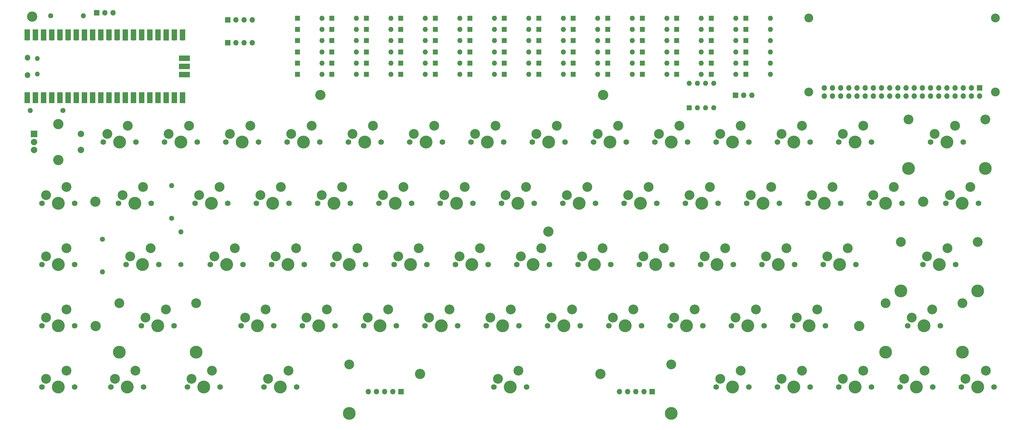
<source format=gts>
G04 #@! TF.GenerationSoftware,KiCad,Pcbnew,7.0.7*
G04 #@! TF.CreationDate,2023-09-04T13:55:47-04:00*
G04 #@! TF.ProjectId,MainBoard,4d61696e-426f-4617-9264-2e6b69636164,rev?*
G04 #@! TF.SameCoordinates,Original*
G04 #@! TF.FileFunction,Soldermask,Top*
G04 #@! TF.FilePolarity,Negative*
%FSLAX46Y46*%
G04 Gerber Fmt 4.6, Leading zero omitted, Abs format (unit mm)*
G04 Created by KiCad (PCBNEW 7.0.7) date 2023-09-04 13:55:47*
%MOMM*%
%LPD*%
G01*
G04 APERTURE LIST*
%ADD10R,1.600000X1.600000*%
%ADD11O,1.600000X1.600000*%
%ADD12C,3.200000*%
%ADD13C,1.750000*%
%ADD14C,3.050000*%
%ADD15C,4.000000*%
%ADD16C,3.048000*%
%ADD17C,3.987800*%
%ADD18R,1.700000X1.700000*%
%ADD19O,1.700000X1.700000*%
%ADD20C,2.750000*%
%ADD21R,2.000000X2.000000*%
%ADD22C,2.000000*%
%ADD23O,1.800000X1.800000*%
%ADD24O,1.500000X1.500000*%
%ADD25R,1.700000X3.500000*%
%ADD26R,3.500000X1.700000*%
%ADD27C,1.600000*%
G04 APERTURE END LIST*
D10*
X85860000Y-18000000D03*
D11*
X93480000Y-18000000D03*
D12*
X180924200Y-34899600D03*
D13*
X135032500Y-87625000D03*
D14*
X136302500Y-85085000D03*
D15*
X140112500Y-87625000D03*
D14*
X142652500Y-82545000D03*
D13*
X145192500Y-87625000D03*
D10*
X225220000Y-28500000D03*
D11*
X232840000Y-28500000D03*
D12*
X23088600Y-68072000D03*
X92989400Y-34899600D03*
D16*
X275812000Y-42540000D03*
D17*
X275812000Y-57750000D03*
D16*
X299688000Y-42540000D03*
D17*
X299688000Y-57750000D03*
D10*
X128740000Y-14500000D03*
D11*
X136360000Y-14500000D03*
D10*
X118020000Y-28500000D03*
D11*
X125640000Y-28500000D03*
D13*
X92170000Y-68575000D03*
D14*
X93440000Y-66035000D03*
D15*
X97250000Y-68575000D03*
D14*
X99790000Y-63495000D03*
D13*
X102330000Y-68575000D03*
X146938750Y-125725000D03*
D14*
X148208750Y-123185000D03*
D15*
X152018750Y-125725000D03*
D14*
X154558750Y-120645000D03*
D13*
X157098750Y-125725000D03*
D10*
X160900000Y-11000000D03*
D11*
X168520000Y-11000000D03*
D10*
X85860000Y-14500000D03*
D11*
X93480000Y-14500000D03*
D10*
X182340000Y-18000000D03*
D11*
X189960000Y-18000000D03*
D13*
X173132500Y-87625000D03*
D14*
X174402500Y-85085000D03*
D15*
X178212500Y-87625000D03*
D14*
X180752500Y-82545000D03*
D13*
X183292500Y-87625000D03*
D10*
X128740000Y-21500000D03*
D11*
X136360000Y-21500000D03*
D13*
X6445000Y-106675000D03*
D14*
X7715000Y-104135000D03*
D15*
X11525000Y-106675000D03*
D14*
X14065000Y-101595000D03*
D13*
X16605000Y-106675000D03*
D10*
X203780000Y-18000000D03*
D11*
X211400000Y-18000000D03*
D13*
X211232500Y-87625000D03*
D14*
X212502500Y-85085000D03*
D15*
X216312500Y-87625000D03*
D14*
X218852500Y-82545000D03*
D13*
X221392500Y-87625000D03*
D12*
X280390600Y-68072000D03*
D13*
X215995000Y-49525000D03*
D14*
X217265000Y-46985000D03*
D15*
X221075000Y-49525000D03*
D14*
X223615000Y-44445000D03*
D13*
X226155000Y-49525000D03*
X130270000Y-68575000D03*
D14*
X131540000Y-66035000D03*
D15*
X135350000Y-68575000D03*
D14*
X137890000Y-63495000D03*
D13*
X140430000Y-68575000D03*
D10*
X107300000Y-28500000D03*
D11*
X114920000Y-28500000D03*
D13*
X230282500Y-87625000D03*
D14*
X231552500Y-85085000D03*
D15*
X235362500Y-87625000D03*
D14*
X237902500Y-82545000D03*
D13*
X240442500Y-87625000D03*
X187420000Y-68575000D03*
D14*
X188690000Y-66035000D03*
D15*
X192500000Y-68575000D03*
D14*
X195040000Y-63495000D03*
D13*
X197580000Y-68575000D03*
D10*
X96580000Y-14500000D03*
D11*
X104200000Y-14500000D03*
D13*
X201707500Y-106675000D03*
D14*
X202977500Y-104135000D03*
D15*
X206787500Y-106675000D03*
D14*
X209327500Y-101595000D03*
D13*
X211867500Y-106675000D03*
D10*
X150180000Y-28500000D03*
D11*
X157800000Y-28500000D03*
D10*
X193060000Y-11000000D03*
D11*
X200680000Y-11000000D03*
D10*
X225220000Y-21500000D03*
D11*
X232840000Y-21500000D03*
D10*
X107300000Y-11000000D03*
D11*
X114920000Y-11000000D03*
D10*
X128740000Y-11000000D03*
D11*
X136360000Y-11000000D03*
D10*
X203780000Y-14500000D03*
D11*
X211400000Y-14500000D03*
D10*
X150180000Y-11000000D03*
D11*
X157800000Y-11000000D03*
D13*
X73120000Y-68575000D03*
D14*
X74390000Y-66035000D03*
D15*
X78200000Y-68575000D03*
D14*
X80740000Y-63495000D03*
D13*
X83280000Y-68575000D03*
X111220000Y-68575000D03*
D14*
X112490000Y-66035000D03*
D15*
X116300000Y-68575000D03*
D14*
X118840000Y-63495000D03*
D13*
X121380000Y-68575000D03*
X87407500Y-106675000D03*
D14*
X88677500Y-104135000D03*
D15*
X92487500Y-106675000D03*
D14*
X95027500Y-101595000D03*
D13*
X97567500Y-106675000D03*
X254095000Y-49525000D03*
D14*
X255365000Y-46985000D03*
D15*
X259175000Y-49525000D03*
D14*
X261715000Y-44445000D03*
D13*
X264255000Y-49525000D03*
X263620000Y-68575000D03*
D14*
X264890000Y-66035000D03*
D15*
X268700000Y-68575000D03*
D14*
X271240000Y-63495000D03*
D13*
X273780000Y-68575000D03*
X280288750Y-87625000D03*
D14*
X281558750Y-85085000D03*
D15*
X285368750Y-87625000D03*
D14*
X287908750Y-82545000D03*
D13*
X290448750Y-87625000D03*
X75501250Y-125725000D03*
D14*
X76771250Y-123185000D03*
D15*
X80581250Y-125725000D03*
D14*
X83121250Y-120645000D03*
D13*
X85661250Y-125725000D03*
X215995000Y-125725000D03*
D14*
X217265000Y-123185000D03*
D15*
X221075000Y-125725000D03*
D14*
X223615000Y-120645000D03*
D13*
X226155000Y-125725000D03*
X51688750Y-125725000D03*
D14*
X52958750Y-123185000D03*
D15*
X56768750Y-125725000D03*
D14*
X59308750Y-120645000D03*
D13*
X61848750Y-125725000D03*
D10*
X160900000Y-21500000D03*
D11*
X168520000Y-21500000D03*
D12*
X163906200Y-77419200D03*
D10*
X203780000Y-28500000D03*
D11*
X211400000Y-28500000D03*
D13*
X25495000Y-49525000D03*
D14*
X26765000Y-46985000D03*
D15*
X30575000Y-49525000D03*
D14*
X33115000Y-44445000D03*
D13*
X35655000Y-49525000D03*
D10*
X118020000Y-21500000D03*
D11*
X125640000Y-21500000D03*
D13*
X254095000Y-125725000D03*
D14*
X255365000Y-123185000D03*
D15*
X259175000Y-125725000D03*
D14*
X261715000Y-120645000D03*
D13*
X264255000Y-125725000D03*
X32638750Y-87625000D03*
D14*
X33908750Y-85085000D03*
D15*
X37718750Y-87625000D03*
D14*
X40258750Y-82545000D03*
D13*
X42798750Y-87625000D03*
D10*
X171620000Y-28500000D03*
D11*
X179240000Y-28500000D03*
D13*
X249332500Y-87625000D03*
D14*
X250602500Y-85085000D03*
D15*
X254412500Y-87625000D03*
D14*
X256952500Y-82545000D03*
D13*
X259492500Y-87625000D03*
D10*
X193060000Y-14500000D03*
D11*
X200680000Y-14500000D03*
D13*
X273145000Y-125725000D03*
D14*
X274415000Y-123185000D03*
D15*
X278225000Y-125725000D03*
D14*
X280765000Y-120645000D03*
D13*
X283305000Y-125725000D03*
D10*
X203780000Y-21500000D03*
D11*
X211400000Y-21500000D03*
D18*
X64220000Y-11500000D03*
D19*
X66760000Y-11500000D03*
X69300000Y-11500000D03*
X71840000Y-11500000D03*
D10*
X150180000Y-21500000D03*
D11*
X157800000Y-21500000D03*
D10*
X214500000Y-11000000D03*
D11*
X222120000Y-11000000D03*
D10*
X182340000Y-21500000D03*
D11*
X189960000Y-21500000D03*
D10*
X214500000Y-18000000D03*
D11*
X222120000Y-18000000D03*
D18*
X222072200Y-35026600D03*
D19*
X224612200Y-35026600D03*
X227152200Y-35026600D03*
D12*
X180068750Y-121725000D03*
X23190200Y-106781600D03*
D13*
X27876249Y-125725000D03*
D14*
X29146249Y-123185000D03*
D15*
X32956249Y-125725000D03*
D14*
X35496249Y-120645000D03*
D13*
X38036249Y-125725000D03*
D10*
X225220000Y-14500000D03*
D11*
X232840000Y-14500000D03*
D10*
X139460000Y-18000000D03*
D11*
X147080000Y-18000000D03*
D10*
X193060000Y-28500000D03*
D11*
X200680000Y-28500000D03*
D10*
X193060000Y-21500000D03*
D11*
X200680000Y-21500000D03*
D13*
X163607500Y-106675000D03*
D14*
X164877500Y-104135000D03*
D15*
X168687500Y-106675000D03*
D14*
X171227500Y-101595000D03*
D13*
X173767500Y-106675000D03*
D10*
X118020000Y-11000000D03*
D11*
X125640000Y-11000000D03*
D16*
X273430750Y-80640000D03*
D17*
X273430750Y-95850000D03*
D16*
X297306750Y-80640000D03*
D17*
X297306750Y-95850000D03*
D10*
X225220000Y-25000000D03*
D11*
X232840000Y-25000000D03*
D10*
X171620000Y-18000000D03*
D11*
X179240000Y-18000000D03*
D13*
X120744999Y-49525000D03*
D14*
X122014999Y-46985000D03*
D15*
X125824999Y-49525000D03*
D14*
X128364999Y-44445000D03*
D13*
X130904999Y-49525000D03*
X125507500Y-106675000D03*
D14*
X126777500Y-104135000D03*
D15*
X130587500Y-106675000D03*
D14*
X133127500Y-101595000D03*
D13*
X135667500Y-106675000D03*
D16*
X30543250Y-99690000D03*
D17*
X30543250Y-114900000D03*
D16*
X54419250Y-99690000D03*
D17*
X54419250Y-114900000D03*
D10*
X171620000Y-21500000D03*
D11*
X179240000Y-21500000D03*
D10*
X107300000Y-25000000D03*
D11*
X114920000Y-25000000D03*
D10*
X182340000Y-14500000D03*
D11*
X189960000Y-14500000D03*
D13*
X235045000Y-49525000D03*
D14*
X236315000Y-46985000D03*
D15*
X240125000Y-49525000D03*
D14*
X242665000Y-44445000D03*
D13*
X245205000Y-49525000D03*
D10*
X96580000Y-28500000D03*
D11*
X104200000Y-28500000D03*
D13*
X54070000Y-68575000D03*
D14*
X55340000Y-66035000D03*
D15*
X59150000Y-68575000D03*
D14*
X61690000Y-63495000D03*
D13*
X64230000Y-68575000D03*
X44545000Y-49525000D03*
D14*
X45815000Y-46985000D03*
D15*
X49625000Y-49525000D03*
D14*
X52165000Y-44445000D03*
D13*
X54705000Y-49525000D03*
D10*
X107300000Y-21500000D03*
D11*
X114920000Y-21500000D03*
D13*
X177895000Y-49525000D03*
D14*
X179165000Y-46985000D03*
D15*
X182975000Y-49525000D03*
D14*
X185515000Y-44445000D03*
D13*
X188055000Y-49525000D03*
D10*
X171620000Y-25000000D03*
D11*
X179240000Y-25000000D03*
D10*
X182340000Y-11000000D03*
D11*
X189960000Y-11000000D03*
D10*
X85860000Y-21500000D03*
D11*
X93480000Y-21500000D03*
D13*
X239807500Y-106675000D03*
D14*
X241077500Y-104135000D03*
D15*
X244887500Y-106675000D03*
D14*
X247427500Y-101595000D03*
D13*
X249967500Y-106675000D03*
D10*
X139460000Y-21500000D03*
D11*
X147080000Y-21500000D03*
D16*
X268668250Y-99690000D03*
D17*
X268668250Y-114900000D03*
D16*
X292544250Y-99690000D03*
D17*
X292544250Y-114900000D03*
D13*
X275526250Y-106675000D03*
D14*
X276796250Y-104135000D03*
D15*
X280606250Y-106675000D03*
D14*
X283146250Y-101595000D03*
D13*
X285686250Y-106675000D03*
D20*
X302800000Y-10950000D03*
X244800000Y-10950000D03*
X302800000Y-33950000D03*
X244800000Y-33950000D03*
D18*
X297930000Y-32680000D03*
D19*
X297930000Y-35220000D03*
X295390000Y-32680000D03*
X295390000Y-35220000D03*
X292850000Y-32680000D03*
X292850000Y-35220000D03*
X290310000Y-32680000D03*
X290310000Y-35220000D03*
X287770000Y-32680000D03*
X287770000Y-35220000D03*
X285230000Y-32680000D03*
X285230000Y-35220000D03*
X282690000Y-32680000D03*
X282690000Y-35220000D03*
X280150000Y-32680000D03*
X280150000Y-35220000D03*
X277610000Y-32680000D03*
X277610000Y-35220000D03*
X275070000Y-32680000D03*
X275070000Y-35220000D03*
X272530000Y-32680000D03*
X272530000Y-35220000D03*
X269990000Y-32680000D03*
X269990000Y-35220000D03*
X267450000Y-32680000D03*
X267450000Y-35220000D03*
X264910000Y-32680000D03*
X264910000Y-35220000D03*
X262370000Y-32680000D03*
X262370000Y-35220000D03*
X259830000Y-32680000D03*
X259830000Y-35220000D03*
X257290000Y-32680000D03*
X257290000Y-35220000D03*
X254750000Y-32680000D03*
X254750000Y-35220000D03*
X252210000Y-32680000D03*
X252210000Y-35220000D03*
X249670000Y-32680000D03*
X249670000Y-35220000D03*
D13*
X6445000Y-125725000D03*
D14*
X7715000Y-123185000D03*
D15*
X11525000Y-125725000D03*
D14*
X14065000Y-120645000D03*
D13*
X16605000Y-125725000D03*
D12*
X260502400Y-106781600D03*
D16*
X102018750Y-118740000D03*
D17*
X102018750Y-133950000D03*
D16*
X202018750Y-118740000D03*
D17*
X202018750Y-133950000D03*
D13*
X6445000Y-87625000D03*
D14*
X7715000Y-85085000D03*
D15*
X11525000Y-87625000D03*
D14*
X14065000Y-82545000D03*
D13*
X16605000Y-87625000D03*
D10*
X160900000Y-28500000D03*
D11*
X168520000Y-28500000D03*
D13*
X220757500Y-106675000D03*
D14*
X222027500Y-104135000D03*
D15*
X225837500Y-106675000D03*
D14*
X228377500Y-101595000D03*
D13*
X230917500Y-106675000D03*
X158845000Y-49525000D03*
D14*
X160115000Y-46985000D03*
D15*
X163925000Y-49525000D03*
D14*
X166465000Y-44445000D03*
D13*
X169005000Y-49525000D03*
X287432500Y-68575000D03*
D14*
X288702500Y-66035000D03*
D15*
X292512500Y-68575000D03*
D14*
X295052500Y-63495000D03*
D13*
X297592500Y-68575000D03*
X96932500Y-87625000D03*
D14*
X98202500Y-85085000D03*
D15*
X102012500Y-87625000D03*
D14*
X104552500Y-82545000D03*
D13*
X107092500Y-87625000D03*
D10*
X214500000Y-25000000D03*
D11*
X222120000Y-25000000D03*
D10*
X182340000Y-28500000D03*
D11*
X189960000Y-28500000D03*
D10*
X128740000Y-18000000D03*
D11*
X136360000Y-18000000D03*
D10*
X214500000Y-21500000D03*
D11*
X222120000Y-21500000D03*
D10*
X85860000Y-28500000D03*
D11*
X93480000Y-28500000D03*
D13*
X192182500Y-87625000D03*
D14*
X193452500Y-85085000D03*
D15*
X197262500Y-87625000D03*
D14*
X199802500Y-82545000D03*
D13*
X202342500Y-87625000D03*
D10*
X160900000Y-18000000D03*
D11*
X168520000Y-18000000D03*
D10*
X171620000Y-11000000D03*
D11*
X179240000Y-11000000D03*
D13*
X235045000Y-125725000D03*
D14*
X236315000Y-123185000D03*
D15*
X240125000Y-125725000D03*
D14*
X242665000Y-120645000D03*
D13*
X245205000Y-125725000D03*
X6445000Y-68575000D03*
D14*
X7715000Y-66035000D03*
D15*
X11525000Y-68575000D03*
D14*
X14065000Y-63495000D03*
D13*
X16605000Y-68575000D03*
X168370000Y-68575000D03*
D14*
X169640000Y-66035000D03*
D15*
X173450000Y-68575000D03*
D14*
X175990000Y-63495000D03*
D13*
X178530000Y-68575000D03*
X292195000Y-125725000D03*
D14*
X293465000Y-123185000D03*
D15*
X297275000Y-125725000D03*
D14*
X299815000Y-120645000D03*
D13*
X302355000Y-125725000D03*
D10*
X150180000Y-18000000D03*
D11*
X157800000Y-18000000D03*
D10*
X107300000Y-18000000D03*
D11*
X114920000Y-18000000D03*
D10*
X193060000Y-25000000D03*
D11*
X200680000Y-25000000D03*
D13*
X282670000Y-49525000D03*
D14*
X283940000Y-46985000D03*
D15*
X287750000Y-49525000D03*
D14*
X290290000Y-44445000D03*
D13*
X292830000Y-49525000D03*
D10*
X203780000Y-25000000D03*
D11*
X211400000Y-25000000D03*
D10*
X96580000Y-11000000D03*
D11*
X104200000Y-11000000D03*
D21*
X4045000Y-47045000D03*
D22*
X4045000Y-52045000D03*
X4045000Y-49545000D03*
D12*
X11545000Y-43945000D03*
X11545000Y-55145000D03*
D22*
X18545000Y-52045000D03*
X18545000Y-47045000D03*
D10*
X139460000Y-28500000D03*
D11*
X147080000Y-28500000D03*
D13*
X244570000Y-68575000D03*
D14*
X245840000Y-66035000D03*
D15*
X249650000Y-68575000D03*
D14*
X252190000Y-63495000D03*
D13*
X254730000Y-68575000D03*
D10*
X150180000Y-25000000D03*
D11*
X157800000Y-25000000D03*
D10*
X225220000Y-11000000D03*
D11*
X232840000Y-11000000D03*
D10*
X118020000Y-25000000D03*
D11*
X125640000Y-25000000D03*
D10*
X85860000Y-11000000D03*
D11*
X93480000Y-11000000D03*
D13*
X58832500Y-87625000D03*
D14*
X60102500Y-85085000D03*
D15*
X63912500Y-87625000D03*
D14*
X66452500Y-82545000D03*
D13*
X68992500Y-87625000D03*
D10*
X128740000Y-25000000D03*
D11*
X136360000Y-25000000D03*
D13*
X77882500Y-87625000D03*
D14*
X79152500Y-85085000D03*
D15*
X82962500Y-87625000D03*
D14*
X85502500Y-82545000D03*
D13*
X88042500Y-87625000D03*
D12*
X123968750Y-121725000D03*
D10*
X203780000Y-11000000D03*
D11*
X211400000Y-11000000D03*
D12*
X3403600Y-10515600D03*
D13*
X149320000Y-68575000D03*
D14*
X150590000Y-66035000D03*
D15*
X154400000Y-68575000D03*
D14*
X156940000Y-63495000D03*
D13*
X159480000Y-68575000D03*
D10*
X96580000Y-21500000D03*
D11*
X104200000Y-21500000D03*
D13*
X63595000Y-49525000D03*
D14*
X64865000Y-46985000D03*
D15*
X68675000Y-49525000D03*
D14*
X71215000Y-44445000D03*
D13*
X73755000Y-49525000D03*
D10*
X150180000Y-14500000D03*
D11*
X157800000Y-14500000D03*
D10*
X118020000Y-18000000D03*
D11*
X125640000Y-18000000D03*
D13*
X82645000Y-49525000D03*
D14*
X83915000Y-46985000D03*
D15*
X87725000Y-49525000D03*
D14*
X90265000Y-44445000D03*
D13*
X92805000Y-49525000D03*
X30257500Y-68575000D03*
D14*
X31527500Y-66035000D03*
D15*
X35337500Y-68575000D03*
D14*
X37877500Y-63495000D03*
D13*
X40417500Y-68575000D03*
X101694999Y-49525000D03*
D14*
X102964999Y-46985000D03*
D15*
X106774999Y-49525000D03*
D14*
X109314999Y-44445000D03*
D13*
X111854999Y-49525000D03*
X196945000Y-49525000D03*
D14*
X198215000Y-46985000D03*
D15*
X202025000Y-49525000D03*
D14*
X204565000Y-44445000D03*
D13*
X207105000Y-49525000D03*
D10*
X207645000Y-38912800D03*
D11*
X210185000Y-38912800D03*
X212725000Y-38912800D03*
X215265000Y-38912800D03*
X215265000Y-31292800D03*
X212725000Y-31292800D03*
X210185000Y-31292800D03*
X207645000Y-31292800D03*
D10*
X225220000Y-18000000D03*
D11*
X232840000Y-18000000D03*
D13*
X68357500Y-106675000D03*
D14*
X69627500Y-104135000D03*
D15*
X73437500Y-106675000D03*
D14*
X75977500Y-101595000D03*
D13*
X78517500Y-106675000D03*
D10*
X96580000Y-18000000D03*
D11*
X104200000Y-18000000D03*
D10*
X193060000Y-18000000D03*
D11*
X200680000Y-18000000D03*
D13*
X37401250Y-106675000D03*
D14*
X38671250Y-104135000D03*
D15*
X42481250Y-106675000D03*
D14*
X45021250Y-101595000D03*
D13*
X47561250Y-106675000D03*
X115982500Y-87625000D03*
D14*
X117252500Y-85085000D03*
D15*
X121062500Y-87625000D03*
D14*
X123602500Y-82545000D03*
D13*
X126142500Y-87625000D03*
X225520000Y-68575000D03*
D14*
X226790000Y-66035000D03*
D15*
X230600000Y-68575000D03*
D14*
X233140000Y-63495000D03*
D13*
X235680000Y-68575000D03*
X139795000Y-49525000D03*
D14*
X141065000Y-46985000D03*
D15*
X144875000Y-49525000D03*
D14*
X147415000Y-44445000D03*
D13*
X149955000Y-49525000D03*
D23*
X2000000Y-28725000D03*
D24*
X5030000Y-28425000D03*
X5030000Y-23575000D03*
D23*
X2000000Y-23275000D03*
D19*
X1870000Y-34890000D03*
D25*
X1870000Y-35790000D03*
D19*
X4410000Y-34890000D03*
D25*
X4410000Y-35790000D03*
D18*
X6950000Y-34890000D03*
D25*
X6950000Y-35790000D03*
D19*
X9490000Y-34890000D03*
D25*
X9490000Y-35790000D03*
D19*
X12030000Y-34890000D03*
D25*
X12030000Y-35790000D03*
D19*
X14570000Y-34890000D03*
D25*
X14570000Y-35790000D03*
D19*
X17110000Y-34890000D03*
D25*
X17110000Y-35790000D03*
D18*
X19650000Y-34890000D03*
D25*
X19650000Y-35790000D03*
D19*
X22190000Y-34890000D03*
D25*
X22190000Y-35790000D03*
D19*
X24730000Y-34890000D03*
D25*
X24730000Y-35790000D03*
D19*
X27270000Y-34890000D03*
D25*
X27270000Y-35790000D03*
D19*
X29810000Y-34890000D03*
D25*
X29810000Y-35790000D03*
D18*
X32350000Y-34890000D03*
D25*
X32350000Y-35790000D03*
D19*
X34890000Y-34890000D03*
D25*
X34890000Y-35790000D03*
D19*
X37430000Y-34890000D03*
D25*
X37430000Y-35790000D03*
D19*
X39970000Y-34890000D03*
D25*
X39970000Y-35790000D03*
D19*
X42510000Y-34890000D03*
D25*
X42510000Y-35790000D03*
D18*
X45050000Y-34890000D03*
D25*
X45050000Y-35790000D03*
D19*
X47590000Y-34890000D03*
D25*
X47590000Y-35790000D03*
D19*
X50130000Y-34890000D03*
D25*
X50130000Y-35790000D03*
D19*
X50130000Y-17110000D03*
D25*
X50130000Y-16210000D03*
D19*
X47590000Y-17110000D03*
D25*
X47590000Y-16210000D03*
D18*
X45050000Y-17110000D03*
D25*
X45050000Y-16210000D03*
D19*
X42510000Y-17110000D03*
D25*
X42510000Y-16210000D03*
D19*
X39970000Y-17110000D03*
D25*
X39970000Y-16210000D03*
D19*
X37430000Y-17110000D03*
D25*
X37430000Y-16210000D03*
D19*
X34890000Y-17110000D03*
D25*
X34890000Y-16210000D03*
D18*
X32350000Y-17110000D03*
D25*
X32350000Y-16210000D03*
D19*
X29810000Y-17110000D03*
D25*
X29810000Y-16210000D03*
D19*
X27270000Y-17110000D03*
D25*
X27270000Y-16210000D03*
D19*
X24730000Y-17110000D03*
D25*
X24730000Y-16210000D03*
D19*
X22190000Y-17110000D03*
D25*
X22190000Y-16210000D03*
D18*
X19650000Y-17110000D03*
D25*
X19650000Y-16210000D03*
D19*
X17110000Y-17110000D03*
D25*
X17110000Y-16210000D03*
D19*
X14570000Y-17110000D03*
D25*
X14570000Y-16210000D03*
D19*
X12030000Y-17110000D03*
D25*
X12030000Y-16210000D03*
D19*
X9490000Y-17110000D03*
D25*
X9490000Y-16210000D03*
D18*
X6950000Y-17110000D03*
D25*
X6950000Y-16210000D03*
D19*
X4410000Y-17110000D03*
D25*
X4410000Y-16210000D03*
D19*
X1870000Y-17110000D03*
D25*
X1870000Y-16210000D03*
D19*
X49900000Y-28540000D03*
D26*
X50800000Y-28540000D03*
D18*
X49900000Y-26000000D03*
D26*
X50800000Y-26000000D03*
D19*
X49900000Y-23460000D03*
D26*
X50800000Y-23460000D03*
D13*
X106457500Y-106675000D03*
D14*
X107727500Y-104135000D03*
D15*
X111537500Y-106675000D03*
D14*
X114077500Y-101595000D03*
D13*
X116617500Y-106675000D03*
D10*
X107300000Y-14500000D03*
D11*
X114920000Y-14500000D03*
D10*
X85860000Y-25000000D03*
D11*
X93480000Y-25000000D03*
D10*
X139460000Y-11000000D03*
D11*
X147080000Y-11000000D03*
D10*
X214500000Y-14500000D03*
D11*
X222120000Y-14500000D03*
D13*
X206470000Y-68575000D03*
D14*
X207740000Y-66035000D03*
D15*
X211550000Y-68575000D03*
D14*
X214090000Y-63495000D03*
D13*
X216630000Y-68575000D03*
D10*
X160900000Y-25000000D03*
D11*
X168520000Y-25000000D03*
D10*
X139460000Y-25000000D03*
D11*
X147080000Y-25000000D03*
D10*
X96580000Y-25000000D03*
D11*
X104200000Y-25000000D03*
D10*
X128740000Y-28500000D03*
D11*
X136360000Y-28500000D03*
D10*
X214500000Y-28500000D03*
D11*
X222120000Y-28500000D03*
D10*
X182340000Y-25000000D03*
D11*
X189960000Y-25000000D03*
D13*
X182657500Y-106675000D03*
D14*
X183927500Y-104135000D03*
D15*
X187737500Y-106675000D03*
D14*
X190277500Y-101595000D03*
D13*
X192817500Y-106675000D03*
D10*
X118020000Y-14500000D03*
D11*
X125640000Y-14500000D03*
D13*
X144557500Y-106675000D03*
D14*
X145827500Y-104135000D03*
D15*
X149637500Y-106675000D03*
D14*
X152177500Y-101595000D03*
D13*
X154717500Y-106675000D03*
D10*
X171620000Y-14500000D03*
D11*
X179240000Y-14500000D03*
D10*
X160900000Y-14500000D03*
D11*
X168520000Y-14500000D03*
D10*
X139460000Y-14500000D03*
D11*
X147080000Y-14500000D03*
D13*
X154082500Y-87625000D03*
D14*
X155352500Y-85085000D03*
D15*
X159162500Y-87625000D03*
D14*
X161702500Y-82545000D03*
D13*
X164242500Y-87625000D03*
D18*
X64200000Y-18625000D03*
D19*
X66740000Y-18625000D03*
X69280000Y-18625000D03*
X71820000Y-18625000D03*
D18*
X118048750Y-127160000D03*
D19*
X115508750Y-127160000D03*
X112968750Y-127160000D03*
X110428750Y-127160000D03*
X107888750Y-127160000D03*
D27*
X49657000Y-87655400D03*
D11*
X49657000Y-77495400D03*
D18*
X196148750Y-127160000D03*
D19*
X193608750Y-127160000D03*
X191068750Y-127160000D03*
X188528750Y-127160000D03*
X185988750Y-127160000D03*
D27*
X13030200Y-39751000D03*
D11*
X2870200Y-39751000D03*
D27*
X25273000Y-79806800D03*
D11*
X25273000Y-89966800D03*
D27*
X9220200Y-10236200D03*
D11*
X19380200Y-10236200D03*
D27*
X46786800Y-73279000D03*
D11*
X46786800Y-63119000D03*
D18*
X23520400Y-9347200D03*
D19*
X26060400Y-9347200D03*
X28600400Y-9347200D03*
M02*

</source>
